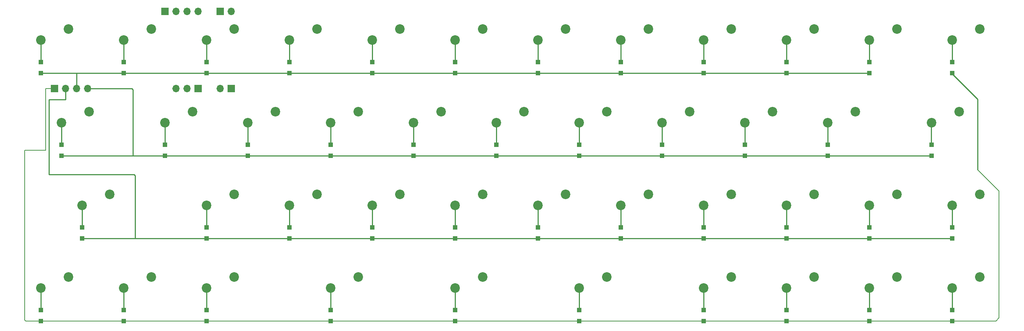
<source format=gbl>
G04 #@! TF.GenerationSoftware,KiCad,Pcbnew,(6.0.2-0)*
G04 #@! TF.CreationDate,2022-06-21T21:38:27+10:00*
G04 #@! TF.ProjectId,keyboard-with-attached-pico,6b657962-6f61-4726-942d-776974682d61,1.01*
G04 #@! TF.SameCoordinates,Original*
G04 #@! TF.FileFunction,Copper,L2,Bot*
G04 #@! TF.FilePolarity,Positive*
%FSLAX46Y46*%
G04 Gerber Fmt 4.6, Leading zero omitted, Abs format (unit mm)*
G04 Created by KiCad (PCBNEW (6.0.2-0)) date 2022-06-21 21:38:27*
%MOMM*%
%LPD*%
G01*
G04 APERTURE LIST*
G04 #@! TA.AperFunction,ComponentPad*
%ADD10C,2.200000*%
G04 #@! TD*
G04 #@! TA.AperFunction,ComponentPad*
%ADD11R,1.700000X1.700000*%
G04 #@! TD*
G04 #@! TA.AperFunction,ComponentPad*
%ADD12O,1.700000X1.700000*%
G04 #@! TD*
G04 #@! TA.AperFunction,SMDPad,CuDef*
%ADD13R,1.000000X1.000000*%
G04 #@! TD*
G04 #@! TA.AperFunction,Conductor*
%ADD14C,0.250000*%
G04 #@! TD*
G04 #@! TA.AperFunction,Conductor*
%ADD15C,0.200000*%
G04 #@! TD*
G04 APERTURE END LIST*
D10*
X109855000Y-119840000D03*
X103505000Y-122380000D03*
X128905000Y-119840000D03*
X122555000Y-122380000D03*
D11*
X144780000Y-115824000D03*
D12*
X147320000Y-115824000D03*
D10*
X319405000Y-119840000D03*
X313055000Y-122380000D03*
X195580000Y-138890000D03*
X189230000Y-141430000D03*
X252730000Y-138890000D03*
X246380000Y-141430000D03*
X300355000Y-157940000D03*
X294005000Y-160480000D03*
X300355000Y-119840000D03*
X294005000Y-122380000D03*
X186055000Y-119840000D03*
X179705000Y-122380000D03*
X262255000Y-157940000D03*
X255905000Y-160480000D03*
X205105000Y-157940000D03*
X198755000Y-160480000D03*
X271780000Y-138890000D03*
X265430000Y-141430000D03*
X233680000Y-176990000D03*
X227330000Y-179530000D03*
X281305000Y-119840000D03*
X274955000Y-122380000D03*
X233680000Y-138890000D03*
X227330000Y-141430000D03*
X176530000Y-138890000D03*
X170180000Y-141430000D03*
X138430000Y-138890000D03*
X132080000Y-141430000D03*
D11*
X132080000Y-115824000D03*
D12*
X134620000Y-115824000D03*
X137160000Y-115824000D03*
X139700000Y-115824000D03*
D10*
X114617500Y-138890000D03*
X108267500Y-141430000D03*
X186055000Y-157940000D03*
X179705000Y-160480000D03*
X281305000Y-176990000D03*
X274955000Y-179530000D03*
X147955000Y-119840000D03*
X141605000Y-122380000D03*
X167005000Y-119840000D03*
X160655000Y-122380000D03*
X214630000Y-138890000D03*
X208280000Y-141430000D03*
X147955000Y-157940000D03*
X141605000Y-160480000D03*
X290830000Y-138890000D03*
X284480000Y-141430000D03*
X157480000Y-138890000D03*
X151130000Y-141430000D03*
X119380000Y-157940000D03*
X113030000Y-160480000D03*
D11*
X139700000Y-133604000D03*
D12*
X137160000Y-133604000D03*
X134620000Y-133604000D03*
D10*
X243205000Y-119840000D03*
X236855000Y-122380000D03*
X224155000Y-157940000D03*
X217805000Y-160480000D03*
X319405000Y-176990000D03*
X313055000Y-179530000D03*
X262255000Y-119840000D03*
X255905000Y-122380000D03*
X319405000Y-157940000D03*
X313055000Y-160480000D03*
X205105000Y-119840000D03*
X198755000Y-122380000D03*
D11*
X147320000Y-133604000D03*
D12*
X144780000Y-133604000D03*
D10*
X167005000Y-157940000D03*
X160655000Y-160480000D03*
X147955000Y-176990000D03*
X141605000Y-179530000D03*
X314642500Y-138890000D03*
X308292500Y-141430000D03*
X243205000Y-157940000D03*
X236855000Y-160480000D03*
X281305000Y-157940000D03*
X274955000Y-160480000D03*
X205105000Y-176990000D03*
X198755000Y-179530000D03*
X262255000Y-176990000D03*
X255905000Y-179530000D03*
X300355000Y-176990000D03*
X294005000Y-179530000D03*
X109855000Y-176990000D03*
X103505000Y-179530000D03*
X176530000Y-176990000D03*
X170180000Y-179530000D03*
X128905000Y-176990000D03*
X122555000Y-179530000D03*
X224155000Y-119840000D03*
X217805000Y-122380000D03*
D13*
X103505000Y-129980000D03*
X103505000Y-127480000D03*
X208280000Y-149030000D03*
X208280000Y-146530000D03*
X141605000Y-129980000D03*
X141605000Y-127480000D03*
X103505000Y-187130000D03*
X103505000Y-184630000D03*
X274955000Y-168080000D03*
X274955000Y-165580000D03*
X274955000Y-187130000D03*
X274955000Y-184630000D03*
X227330000Y-187130000D03*
X227330000Y-184630000D03*
X236855000Y-129980000D03*
X236855000Y-127480000D03*
X122555000Y-187130000D03*
X122555000Y-184630000D03*
X198755000Y-168080000D03*
X198755000Y-165580000D03*
X284480000Y-149030000D03*
X284480000Y-146530000D03*
X227330000Y-149030000D03*
X227330000Y-146530000D03*
X255905000Y-187130000D03*
X255905000Y-184630000D03*
X313055000Y-168080000D03*
X313055000Y-165580000D03*
X170180000Y-187130000D03*
X170180000Y-184630000D03*
X294005000Y-168080000D03*
X294005000Y-165580000D03*
X198755000Y-129980000D03*
X198755000Y-127480000D03*
X217805000Y-129980000D03*
X217805000Y-127480000D03*
X236855000Y-168080000D03*
X236855000Y-165580000D03*
X255905000Y-129980000D03*
X255905000Y-127480000D03*
X294005000Y-129980000D03*
X294005000Y-127480000D03*
X160655000Y-168080000D03*
X160655000Y-165580000D03*
D11*
X106680000Y-133604000D03*
D12*
X109220000Y-133604000D03*
X111760000Y-133604000D03*
X114300000Y-133604000D03*
D13*
X179705000Y-129980000D03*
X179705000Y-127480000D03*
X294005000Y-187130000D03*
X294005000Y-184630000D03*
X308292500Y-149030000D03*
X308292500Y-146530000D03*
X108267500Y-149030000D03*
X108267500Y-146530000D03*
X217805000Y-168080000D03*
X217805000Y-165580000D03*
X160655000Y-129980000D03*
X160655000Y-127480000D03*
X151130000Y-149030000D03*
X151130000Y-146530000D03*
X274955000Y-129980000D03*
X274955000Y-127480000D03*
X170180000Y-149030000D03*
X170180000Y-146530000D03*
X132080000Y-149030000D03*
X132080000Y-146530000D03*
X255905000Y-168080000D03*
X255905000Y-165580000D03*
X179705000Y-168080000D03*
X179705000Y-165580000D03*
X113030000Y-168080000D03*
X113030000Y-165580000D03*
X265430000Y-149030000D03*
X265430000Y-146530000D03*
X246380000Y-149030000D03*
X246380000Y-146530000D03*
X313055000Y-129980000D03*
X313055000Y-127480000D03*
X313055000Y-187130000D03*
X313055000Y-184630000D03*
X189230000Y-149030000D03*
X189230000Y-146530000D03*
X141605000Y-168080000D03*
X141605000Y-165580000D03*
X122555000Y-129980000D03*
X122555000Y-127480000D03*
X141605000Y-187130000D03*
X141605000Y-184630000D03*
X198755000Y-187130000D03*
X198755000Y-184630000D03*
D14*
X160655000Y-129980000D02*
X141605000Y-129980000D01*
X236855000Y-129980000D02*
X217805000Y-129980000D01*
X198755000Y-129980000D02*
X179705000Y-129980000D01*
X217805000Y-129980000D02*
X198755000Y-129980000D01*
X255905000Y-129980000D02*
X236855000Y-129980000D01*
X111760000Y-133604000D02*
X111760000Y-130048000D01*
X111692000Y-129980000D02*
X103505000Y-129980000D01*
X294005000Y-129980000D02*
X274955000Y-129980000D01*
X179705000Y-129980000D02*
X160655000Y-129980000D01*
X122555000Y-129980000D02*
X111692000Y-129980000D01*
X141605000Y-129980000D02*
X122555000Y-129980000D01*
X111760000Y-130048000D02*
X111692000Y-129980000D01*
X274955000Y-129980000D02*
X255905000Y-129980000D01*
X114300000Y-133604000D02*
X124460000Y-133604000D01*
X284480000Y-149030000D02*
X265430000Y-149030000D01*
X132080000Y-149030000D02*
X124782000Y-149030000D01*
X124460000Y-133604000D02*
X124714000Y-133858000D01*
X170180000Y-149030000D02*
X151130000Y-149030000D01*
X151130000Y-149030000D02*
X132080000Y-149030000D01*
X208280000Y-149030000D02*
X189230000Y-149030000D01*
X124714000Y-148962000D02*
X124782000Y-149030000D01*
X227330000Y-149030000D02*
X208280000Y-149030000D01*
X189230000Y-149030000D02*
X170180000Y-149030000D01*
X265430000Y-149030000D02*
X246380000Y-149030000D01*
X124714000Y-133858000D02*
X124714000Y-148962000D01*
X124782000Y-149030000D02*
X108267500Y-149030000D01*
X246380000Y-149030000D02*
X227330000Y-149030000D01*
X308292500Y-149030000D02*
X284480000Y-149030000D01*
X274955000Y-168080000D02*
X255905000Y-168080000D01*
X105410000Y-153416000D02*
X105410000Y-136144000D01*
X313055000Y-168080000D02*
X294005000Y-168080000D01*
X125154000Y-168080000D02*
X125154000Y-153602000D01*
X294005000Y-168080000D02*
X274955000Y-168080000D01*
X125154000Y-168080000D02*
X113030000Y-168080000D01*
X217805000Y-168080000D02*
X198755000Y-168080000D01*
X141605000Y-168080000D02*
X125154000Y-168080000D01*
X236855000Y-168080000D02*
X217805000Y-168080000D01*
X179705000Y-168080000D02*
X160655000Y-168080000D01*
X198755000Y-168080000D02*
X179705000Y-168080000D01*
X125154000Y-153602000D02*
X124968000Y-153416000D01*
X255905000Y-168080000D02*
X236855000Y-168080000D01*
X160655000Y-168080000D02*
X141605000Y-168080000D01*
X109220000Y-136144000D02*
X109220000Y-133604000D01*
X124968000Y-153416000D02*
X105410000Y-153416000D01*
X105410000Y-136144000D02*
X109220000Y-136144000D01*
D15*
X294005000Y-187130000D02*
X313055000Y-187130000D01*
X100008000Y-187130000D02*
X103505000Y-187130000D01*
X323850000Y-157226000D02*
X318897000Y-152273000D01*
D14*
X318897000Y-136017000D02*
X318897000Y-152247958D01*
D15*
X104648000Y-133604000D02*
X106680000Y-133604000D01*
X323156000Y-187130000D02*
X323850000Y-186436000D01*
X103505000Y-187130000D02*
X122555000Y-187130000D01*
X313055000Y-187130000D02*
X323156000Y-187130000D01*
X99822000Y-147828000D02*
X99822000Y-186944000D01*
X198755000Y-187130000D02*
X227330000Y-187130000D01*
X104648000Y-147828000D02*
X99822000Y-147828000D01*
X99822000Y-186944000D02*
X100008000Y-187130000D01*
X274955000Y-187130000D02*
X294005000Y-187130000D01*
X323850000Y-186436000D02*
X323850000Y-157226000D01*
X227330000Y-187130000D02*
X255905000Y-187130000D01*
X141605000Y-187130000D02*
X170180000Y-187130000D01*
D14*
X313055000Y-129980000D02*
X313055000Y-130175000D01*
D15*
X255905000Y-187130000D02*
X274955000Y-187130000D01*
X318897000Y-152273000D02*
X318897000Y-152247958D01*
X122555000Y-187130000D02*
X141605000Y-187130000D01*
D14*
X313055000Y-130175000D02*
X318897000Y-136017000D01*
D15*
X104648000Y-133604000D02*
X104648000Y-147828000D01*
X170180000Y-187130000D02*
X198755000Y-187130000D01*
D14*
X290830000Y-138890000D02*
X290878000Y-138890000D01*
X103475000Y-122380000D02*
X103475000Y-127610000D01*
X122525000Y-122380000D02*
X122525000Y-127610000D01*
X141575000Y-122380000D02*
X141575000Y-127610000D01*
X160625000Y-122380000D02*
X160625000Y-127610000D01*
X179675000Y-122380000D02*
X179675000Y-127610000D01*
X198725000Y-122380000D02*
X198725000Y-127610000D01*
X217775000Y-122380000D02*
X217775000Y-127610000D01*
X236825000Y-122380000D02*
X236825000Y-127610000D01*
X255875000Y-122380000D02*
X255875000Y-127610000D01*
X274925000Y-122380000D02*
X274925000Y-127610000D01*
X293975000Y-122380000D02*
X293975000Y-127610000D01*
X313025000Y-122380000D02*
X313025000Y-127610000D01*
X108237500Y-141430000D02*
X108237500Y-146660000D01*
X132050000Y-141430000D02*
X132050000Y-146660000D01*
X151100000Y-141430000D02*
X151100000Y-146660000D01*
X170150000Y-141430000D02*
X170150000Y-146660000D01*
X189200000Y-141430000D02*
X189200000Y-146660000D01*
X208250000Y-141430000D02*
X208250000Y-146660000D01*
X227300000Y-141430000D02*
X227300000Y-146660000D01*
X246350000Y-141430000D02*
X246350000Y-146660000D01*
X265400000Y-141430000D02*
X265400000Y-146660000D01*
X284450000Y-141430000D02*
X284450000Y-146660000D01*
X308262500Y-141430000D02*
X308262500Y-146660000D01*
X113000000Y-160480000D02*
X113000000Y-165710000D01*
X141575000Y-160480000D02*
X141575000Y-165710000D01*
X160625000Y-160480000D02*
X160625000Y-165710000D01*
X179675000Y-160480000D02*
X179675000Y-165710000D01*
X198725000Y-160480000D02*
X198725000Y-165710000D01*
X217775000Y-160480000D02*
X217775000Y-165710000D01*
X236825000Y-160480000D02*
X236825000Y-165710000D01*
X255875000Y-160480000D02*
X255875000Y-165710000D01*
X274925000Y-160480000D02*
X274925000Y-165710000D01*
X293975000Y-160480000D02*
X293975000Y-165710000D01*
X313025000Y-160480000D02*
X313025000Y-165710000D01*
X103475000Y-179530000D02*
X103475000Y-184760000D01*
X122525000Y-179530000D02*
X122525000Y-184760000D01*
X141575000Y-179530000D02*
X141575000Y-184760000D01*
X170150000Y-179530000D02*
X170150000Y-184760000D01*
X198725000Y-179530000D02*
X198725000Y-184760000D01*
X227300000Y-179530000D02*
X227300000Y-184760000D01*
X255875000Y-179530000D02*
X255875000Y-184760000D01*
X274925000Y-179530000D02*
X274925000Y-184760000D01*
X293975000Y-179530000D02*
X293975000Y-184760000D01*
X313025000Y-179530000D02*
X313025000Y-184760000D01*
M02*

</source>
